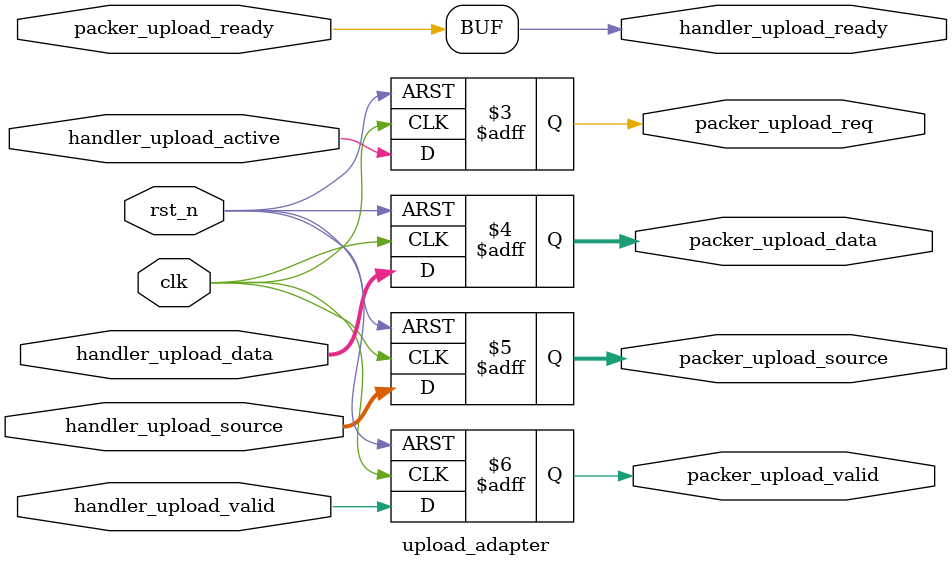
<source format=v>

module upload_adapter (
    input wire clk,
    input wire rst_n,

    // 输入：来自handler的上传信号
    input wire       handler_upload_active,  // 上传活跃信号（handler在UPLOAD状态）
    input wire [7:0] handler_upload_data,
    input wire [7:0] handler_upload_source,
    input wire       handler_upload_valid,
    output wire      handler_upload_ready,

    // 输出：到packer的上传信号
    output reg       packer_upload_req,
    output reg [7:0] packer_upload_data,
    output reg [7:0] packer_upload_source,
    output reg       packer_upload_valid,
    input wire       packer_upload_ready
);

    // 简单透传逻辑
    always @(posedge clk or negedge rst_n) begin
        if (!rst_n) begin
            packer_upload_req <= 1'b0;
            packer_upload_data <= 8'h00;
            packer_upload_source <= 8'h00;
            packer_upload_valid <= 1'b0;
        end else begin
            // req信号：跟随upload_active
            packer_upload_req <= handler_upload_active;

            // 数据和source：直接透传
            packer_upload_data <= handler_upload_data;
            packer_upload_source <= handler_upload_source;

            // valid信号：直接透传
            packer_upload_valid <= handler_upload_valid;
        end
    end

    // ready信号：反向透传
    assign handler_upload_ready = packer_upload_ready;

endmodule

</source>
